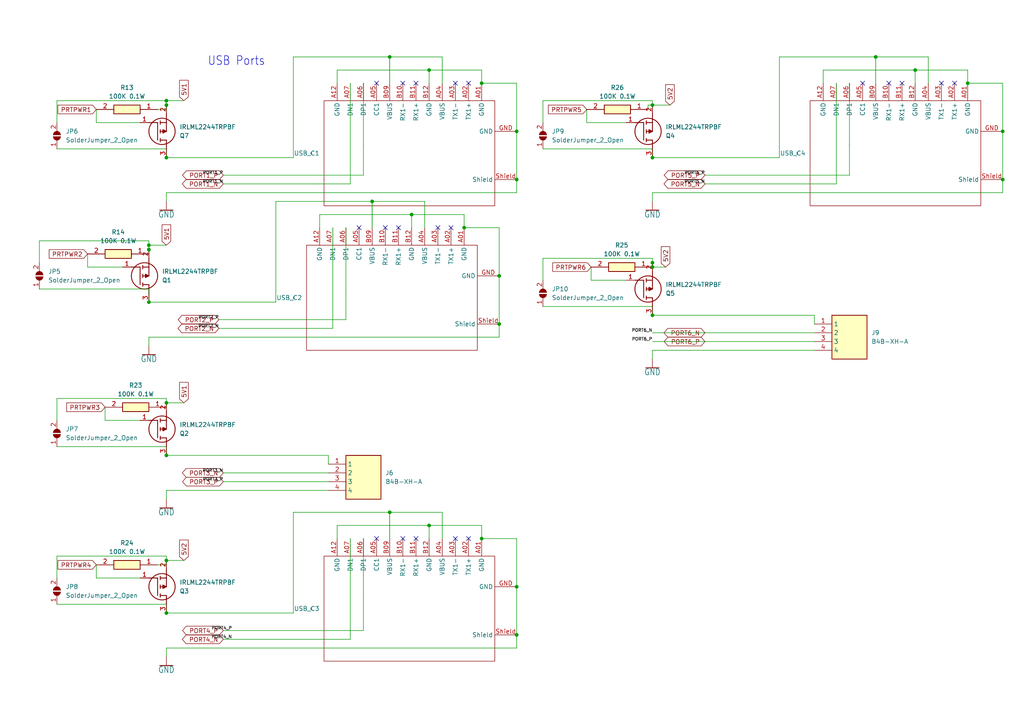
<source format=kicad_sch>
(kicad_sch (version 20230121) (generator eeschema)
  (paper "A4")
  (lib_symbols
    (symbol "Connector:PLUG-USBC-121SMT-4BS2S"
      (property "Reference" "USB_C" (at 0 0 0))
      (symbol "PLUG-USBC-121SMT-4BS2S_1_1"
        (rectangle (start -15.24 -3.81) (end 15.24 -53.34))
        (pin bidirectional line (at 20.32 -49.53 180) (length 5.08) (name "GND") (number "A01"))
        (pin bidirectional line (at 20.32 -45.72 180) (length 5.08) (name "TX1+") (number "A02"))
        (pin bidirectional line (at 20.32 -41.91 180) (length 5.08) (name "TX1-") (number "A03"))
        (pin bidirectional line (at 20.32 -38.1 180) (length 5.08) (name "VBUS") (number "A04"))
        (pin bidirectional line (at 20.32 -19.05 180) (length 5.08) (name "CC1") (number "A05"))
        (pin bidirectional line (at 20.32 -15.24 180) (length 5.08) (name "DP1") (number "A06"))
        (pin bidirectional line (at 20.32 -11.43 180) (length 5.08) (name "DN1") (number "A07"))
        (pin bidirectional line (at 20.32 -7.62 180) (length 5.08) (name "GND") (number "A12"))
        (pin bidirectional line (at 20.32 -22.86 180) (length 5.08) (name "VBUS") (number "B09"))
        (pin bidirectional line (at 20.32 -26.67 180) (length 5.08) (name "RX1-") (number "B10"))
        (pin bidirectional line (at 20.32 -30.48 180) (length 5.08) (name "RX1+") (number "B11"))
        (pin bidirectional line (at 20.32 -34.29 180) (length 5.08) (name "GND") (number "B12"))
        (pin bidirectional line (at 6.35 -59.69 90) (length 6.35) (name "GND") (number "GND"))
        (pin bidirectional line (at -7.62 -59.69 90) (length 6.35) (name "Shield") (number "Shield"))
      )
    )
    (symbol "Jumper:SolderJumper_2_Open" (pin_names (offset 0) hide)
      (property "Reference" "JP" (at 0 2.032 0))
      (property "Value" "SolderJumper_2_Open" (at 0 -2.54 0))
      (symbol "SolderJumper_2_Open_0_1"
        (arc (start -0.254 1.016) (mid -1.2656 0) (end -0.254 -1.016))
        (arc (start -0.254 1.016) (mid -1.2656 0) (end -0.254 -1.016) (fill (type outline)))
        (polyline (pts (xy -0.254 1.016) (xy -0.254 -1.016)))
        (polyline (pts (xy 0.254 1.016) (xy 0.254 -1.016)))
        (arc (start 0.254 -1.016) (mid 1.2656 0) (end 0.254 1.016))
        (arc (start 0.254 -1.016) (mid 1.2656 0) (end 0.254 1.016) (fill (type outline)))
      )
      (symbol "SolderJumper_2_Open_1_1"
        (pin passive line (at -3.81 0 0) (length 2.54) (name "A") (number "1"))
        (pin passive line (at 3.81 0 180) (length 2.54) (name "B") (number "2"))
      )
    )
    (symbol "PLUG-USBC-121SMT-4BS2S_1"
      (property "Reference" "USB_C" (at 0 0 0))
      (symbol "PLUG-USBC-121SMT-4BS2S_1_1_1"
        (rectangle (start -15.24 -3.81) (end 15.24 -53.34))
        (pin bidirectional line (at 20.32 -49.53 180) (length 5.08) (name "GND") (number "A01"))
        (pin bidirectional line (at 20.32 -45.72 180) (length 5.08) (name "TX1+") (number "A02"))
        (pin bidirectional line (at 20.32 -41.91 180) (length 5.08) (name "TX1-") (number "A03"))
        (pin bidirectional line (at 20.32 -38.1 180) (length 5.08) (name "VBUS") (number "A04"))
        (pin bidirectional line (at 20.32 -19.05 180) (length 5.08) (name "CC1") (number "A05"))
        (pin bidirectional line (at 20.32 -15.24 180) (length 5.08) (name "DP1") (number "A06"))
        (pin bidirectional line (at 20.32 -11.43 180) (length 5.08) (name "DN1") (number "A07"))
        (pin bidirectional line (at 20.32 -7.62 180) (length 5.08) (name "GND") (number "A12"))
        (pin bidirectional line (at 20.32 -22.86 180) (length 5.08) (name "VBUS") (number "B09"))
        (pin bidirectional line (at 20.32 -26.67 180) (length 5.08) (name "RX1-") (number "B10"))
        (pin bidirectional line (at 20.32 -30.48 180) (length 5.08) (name "RX1+") (number "B11"))
        (pin bidirectional line (at 20.32 -34.29 180) (length 5.08) (name "GND") (number "B12"))
        (pin bidirectional line (at 6.35 -59.69 90) (length 6.35) (name "GND") (number "GND"))
        (pin bidirectional line (at -7.62 -59.69 90) (length 6.35) (name "Shield") (number "Shield"))
      )
    )
    (symbol "Qwiic-USB_Hub-eagle-import:GND" (power)
      (property "Value" "GND" (at 0 -0.254 0))
      (symbol "GND_1_0"
        (polyline (pts (xy -1.905 0) (xy 1.905 0)) (stroke (width 0.254)))
        (pin power_in line (at 0 2.54 270) (length 2.54) (name "GND") (number "1"))
      )
    )
    (symbol "SamacSys_Parts:B4B-XH-A"
      (property "Reference" "J" (at 16.51 7.62 0))
      (property "Value" "B4B-XH-A" (at 16.51 5.08 0))
      (symbol "B4B-XH-A_1_1"
        (rectangle (start 5.08 2.54) (end 15.24 -10.16) (stroke (width 0.254)) (fill (type background)))
        (pin passive line (at 0 0 0) (length 5.08) (name "1") (number "1"))
        (pin passive line (at 0 -2.54 0) (length 5.08) (name "2") (number "2"))
        (pin passive line (at 0 -5.08 0) (length 5.08) (name "3") (number "3"))
        (pin passive line (at 0 -7.62 0) (length 5.08) (name "4") (number "4"))
      )
    )
    (symbol "SamacSys_Parts:IRLML2244TRPBF" (pin_names hide)
      (property "Reference" "Q" (at 11.43 3.81 0))
      (property "Value" "IRLML2244TRPBF" (at 11.43 1.27 0))
      (symbol "IRLML2244TRPBF_1_1"
        (polyline (pts (xy 2.54 0) (xy 5.08 0)) (stroke (width 0.254)))
        (polyline (pts (xy 5.08 5.08) (xy 5.08 0)) (stroke (width 0.254)))
        (polyline (pts (xy 5.842 -0.508) (xy 5.842 0.508)) (stroke (width 0.254)))
        (polyline (pts (xy 5.842 0) (xy 7.62 0)) (stroke (width 0.254)))
        (polyline (pts (xy 5.842 2.032) (xy 5.842 3.048)) (stroke (width 0.254)))
        (polyline (pts (xy 5.842 5.588) (xy 5.842 4.572)) (stroke (width 0.254)))
        (polyline (pts (xy 7.62 2.54) (xy 5.842 2.54)) (stroke (width 0.254)))
        (polyline (pts (xy 7.62 2.54) (xy 7.62 -2.54)) (stroke (width 0.254)))
        (polyline (pts (xy 7.62 5.08) (xy 5.842 5.08)) (stroke (width 0.254)))
        (polyline (pts (xy 7.62 5.08) (xy 7.62 7.62)) (stroke (width 0.254)))
        (polyline (pts (xy 7.62 2.54) (xy 6.604 3.048) (xy 6.604 2.032) (xy 7.62 2.54)) (stroke (width 0.254)) (fill (type outline)))
        (circle (center 6.35 2.54) (radius 3.81) (stroke (width 0.254)))
        (pin passive line (at 0 0 0) (length 2.54) (name "G") (number "1"))
        (pin passive line (at 7.62 -5.08 90) (length 2.54) (name "S") (number "2"))
        (pin passive line (at 7.62 10.16 270) (length 2.54) (name "D") (number "3"))
      )
    )
    (symbol "SamacSys_Parts:RMCF0603FT100K" (pin_names hide)
      (property "Reference" "R" (at 13.97 6.35 0))
      (property "Value" "RMCF0603FT100K" (at 13.97 3.81 0))
      (symbol "RMCF0603FT100K_1_1"
        (rectangle (start 5.08 1.27) (end 12.7 -1.27) (stroke (width 0.254)) (fill (type background)))
        (pin passive line (at 0 0 0) (length 5.08) (name "1") (number "1"))
        (pin passive line (at 17.78 0 180) (length 5.08) (name "2") (number "2"))
      )
    )
  )
  (junction (at 189.23 76.2))
  (junction (at 149.86 52.07))
  (junction (at 43.18 72.39))
  (junction (at 139.7 24.13))
  (junction (at 48.26 45.72))
  (junction (at 189.23 77.47))
  (junction (at 189.23 91.44))
  (junction (at 107.95 58.42))
  (junction (at 139.7 156.21))
  (junction (at 124.46 152.4))
  (junction (at 119.38 62.23))
  (junction (at 113.03 16.51))
  (junction (at 48.26 177.8))
  (junction (at 134.62 66.04))
  (junction (at 144.78 93.98))
  (junction (at 48.26 162.56))
  (junction (at 254 16.51))
  (junction (at 290.83 38.1))
  (junction (at 113.03 148.59))
  (junction (at 43.18 87.63))
  (junction (at 265.43 20.32))
  (junction (at 149.86 184.15))
  (junction (at 43.18 71.12))
  (junction (at 149.86 38.1))
  (junction (at 48.26 132.08))
  (junction (at 189.23 30.48))
  (junction (at 48.26 116.84))
  (junction (at 290.83 52.07))
  (junction (at 124.46 20.32))
  (junction (at 149.86 170.18))
  (junction (at 280.67 24.13))
  (junction (at 144.78 80.01))
  (junction (at 48.26 30.48))
  (junction (at 189.23 45.72))
  (junction (at 48.26 29.21))
  (no_connect (at 116.84 156.21))
  (no_connect (at 257.81 24.13))
  (no_connect (at 120.65 24.13))
  (no_connect (at 135.89 156.21))
  (no_connect (at 273.05 24.13))
  (no_connect (at 104.14 66.04))
  (no_connect (at 120.65 156.21))
  (no_connect (at 132.08 24.13))
  (no_connect (at 115.57 66.04))
  (no_connect (at 109.22 156.21))
  (no_connect (at 135.89 24.13))
  (no_connect (at 261.62 24.13))
  (no_connect (at 109.22 24.13))
  (no_connect (at 276.86 24.13))
  (no_connect (at 132.08 156.21))
  (no_connect (at 116.84 24.13))
  (no_connect (at 111.76 66.04))
  (no_connect (at 130.81 66.04))
  (no_connect (at 250.19 24.13))
  (no_connect (at 127 66.04))
  (wire (pts (xy 290.83 24.13) (xy 280.67 24.13)) (stroke (width 0.1524)))
  (wire (pts (xy 43.18 87.63) (xy 80.01 87.63)) (stroke (width 0.1524)))
  (wire (pts (xy 48.26 116.84) (xy 48.26 118.11)))
  (wire (pts (xy 242.57 24.13) (xy 242.57 53.34)))
  (wire (pts (xy 92.71 62.23) (xy 119.38 62.23)))
  (wire (pts (xy 85.09 45.72) (xy 85.09 16.51)) (stroke (width 0.1524)))
  (wire (pts (xy 45.72 163.83) (xy 48.26 163.83)))
  (wire (pts (xy 48.26 55.88) (xy 48.26 58.42)) (stroke (width 0.1524)))
  (wire (pts (xy 149.86 24.13) (xy 149.86 38.1)) (stroke (width 0.1524)))
  (wire (pts (xy 157.48 43.18) (xy 189.23 43.18)))
  (wire (pts (xy 246.38 50.8) (xy 246.38 41.91)) (stroke (width 0.1524)))
  (wire (pts (xy 290.83 24.13) (xy 290.83 38.1)) (stroke (width 0.1524)))
  (wire (pts (xy 189.23 96.52) (xy 236.22 96.52)) (stroke (width 0.1524)))
  (wire (pts (xy 144.78 66.04) (xy 134.62 66.04)) (stroke (width 0.1524)))
  (wire (pts (xy 27.94 31.75) (xy 27.94 35.56)))
  (wire (pts (xy 43.18 97.79) (xy 43.18 100.33)) (stroke (width 0.1524)))
  (wire (pts (xy 204.47 50.8) (xy 246.38 50.8)) (stroke (width 0.1524)))
  (wire (pts (xy 113.03 16.51) (xy 113.03 24.13)) (stroke (width 0.1524)))
  (wire (pts (xy 189.23 91.44) (xy 236.22 91.44)) (stroke (width 0.1524)))
  (wire (pts (xy 170.18 31.75) (xy 170.18 35.56)))
  (wire (pts (xy 134.62 62.23) (xy 134.62 66.04)))
  (wire (pts (xy 123.19 58.42) (xy 107.95 58.42)))
  (wire (pts (xy 128.27 148.59) (xy 113.03 148.59)))
  (wire (pts (xy 238.76 20.32) (xy 265.43 20.32)))
  (wire (pts (xy 48.26 29.21) (xy 53.34 29.21)))
  (wire (pts (xy 187.96 30.48) (xy 187.96 31.75)) (stroke (width 0.1524)))
  (wire (pts (xy 48.26 45.72) (xy 85.09 45.72)) (stroke (width 0.1524)))
  (wire (pts (xy 16.51 43.18) (xy 48.26 43.18)))
  (wire (pts (xy 157.48 35.56) (xy 157.48 29.21)))
  (wire (pts (xy 64.77 137.16) (xy 95.25 137.16)) (stroke (width 0.1524)))
  (wire (pts (xy 113.03 148.59) (xy 113.03 156.21)) (stroke (width 0.1524)))
  (wire (pts (xy 16.51 121.92) (xy 16.51 115.57)))
  (wire (pts (xy 25.4 77.47) (xy 35.56 77.47)) (stroke (width 0.1524)))
  (wire (pts (xy 123.19 66.04) (xy 123.19 58.42)))
  (wire (pts (xy 119.38 62.23) (xy 134.62 62.23)))
  (wire (pts (xy 105.41 182.88) (xy 105.41 173.99)) (stroke (width 0.1524)))
  (wire (pts (xy 48.26 31.75) (xy 48.26 30.48)))
  (wire (pts (xy 48.26 187.96) (xy 149.86 187.96)) (stroke (width 0.1524)))
  (wire (pts (xy 64.77 53.34) (xy 91.44 53.34)) (stroke (width 0.1524)))
  (wire (pts (xy 144.78 97.79) (xy 144.78 93.98)) (stroke (width 0.1524)))
  (wire (pts (xy 16.51 29.21) (xy 48.26 29.21)))
  (wire (pts (xy 101.6 156.21) (xy 101.6 185.42)))
  (wire (pts (xy 16.51 115.57) (xy 48.26 115.57)))
  (wire (pts (xy 124.46 152.4) (xy 139.7 152.4)))
  (wire (pts (xy 43.18 69.85) (xy 43.18 71.12)) (stroke (width 0.1524)))
  (wire (pts (xy 107.95 58.42) (xy 107.95 66.04)))
  (wire (pts (xy 189.23 101.6) (xy 236.22 101.6)) (stroke (width 0.1524)))
  (wire (pts (xy 226.06 16.51) (xy 254 16.51)) (stroke (width 0.1524)))
  (wire (pts (xy 113.03 16.51) (xy 113.03 24.13)))
  (wire (pts (xy 128.27 16.51) (xy 113.03 16.51)))
  (wire (pts (xy 265.43 20.32) (xy 265.43 24.13)))
  (wire (pts (xy 48.26 187.96) (xy 48.26 190.5)) (stroke (width 0.1524)))
  (wire (pts (xy 139.7 20.32) (xy 139.7 24.13)))
  (wire (pts (xy 11.43 69.85) (xy 43.18 69.85)))
  (wire (pts (xy 11.43 83.82) (xy 43.18 83.82)))
  (wire (pts (xy 246.38 24.13) (xy 246.38 41.91)))
  (wire (pts (xy 63.5 92.71) (xy 100.33 92.71)) (stroke (width 0.1524)))
  (wire (pts (xy 48.26 116.84) (xy 53.34 116.84)))
  (wire (pts (xy 149.86 24.13) (xy 139.7 24.13)) (stroke (width 0.1524)))
  (wire (pts (xy 189.23 43.18) (xy 189.23 45.72)) (stroke (width 0.1524)))
  (wire (pts (xy 124.46 20.32) (xy 124.46 24.13)))
  (wire (pts (xy 80.01 87.63) (xy 80.01 58.42)) (stroke (width 0.1524)))
  (wire (pts (xy 105.41 24.13) (xy 105.41 41.91)))
  (wire (pts (xy 149.86 156.21) (xy 149.86 170.18)) (stroke (width 0.1524)))
  (wire (pts (xy 107.95 58.42) (xy 107.95 66.04)) (stroke (width 0.1524)))
  (wire (pts (xy 157.48 88.9) (xy 189.23 88.9)))
  (wire (pts (xy 189.23 29.21) (xy 189.23 30.48)) (stroke (width 0.1524)))
  (wire (pts (xy 157.48 29.21) (xy 189.23 29.21)))
  (wire (pts (xy 85.09 177.8) (xy 85.09 148.59)) (stroke (width 0.1524)))
  (wire (pts (xy 204.47 53.34) (xy 242.57 53.34)))
  (wire (pts (xy 149.86 156.21) (xy 139.7 156.21)) (stroke (width 0.1524)))
  (wire (pts (xy 189.23 55.88) (xy 189.23 58.42)) (stroke (width 0.1524)))
  (wire (pts (xy 189.23 76.2) (xy 189.23 77.47)) (stroke (width 0.1524)))
  (wire (pts (xy 269.24 16.51) (xy 254 16.51)))
  (wire (pts (xy 189.23 55.88) (xy 290.83 55.88)) (stroke (width 0.1524)))
  (wire (pts (xy 97.79 156.21) (xy 97.79 152.4)))
  (wire (pts (xy 48.26 115.57) (xy 48.26 116.84)) (stroke (width 0.1524)))
  (wire (pts (xy 189.23 45.72) (xy 226.06 45.72)) (stroke (width 0.1524)))
  (wire (pts (xy 269.24 24.13) (xy 269.24 16.51)))
  (wire (pts (xy 171.45 77.47) (xy 171.45 81.28)))
  (wire (pts (xy 16.51 161.29) (xy 48.26 161.29)))
  (wire (pts (xy 16.51 129.54) (xy 48.26 129.54)))
  (wire (pts (xy 43.18 71.12) (xy 43.18 72.39)) (stroke (width 0.1524)))
  (wire (pts (xy 170.18 35.56) (xy 181.61 35.56)) (stroke (width 0.1524)))
  (wire (pts (xy 45.72 31.75) (xy 48.26 31.75)))
  (wire (pts (xy 80.01 58.42) (xy 107.95 58.42)) (stroke (width 0.1524)))
  (wire (pts (xy 85.09 148.59) (xy 113.03 148.59)) (stroke (width 0.1524)))
  (wire (pts (xy 139.7 152.4) (xy 139.7 156.21)))
  (wire (pts (xy 189.23 74.93) (xy 189.23 76.2)) (stroke (width 0.1524)))
  (wire (pts (xy 189.23 77.47) (xy 193.04 77.47)))
  (wire (pts (xy 189.23 30.48) (xy 194.31 30.48)))
  (wire (pts (xy 48.26 142.24) (xy 95.25 142.24)) (stroke (width 0.1524)))
  (wire (pts (xy 124.46 152.4) (xy 124.46 156.21)))
  (wire (pts (xy 149.86 187.96) (xy 149.86 184.15)) (stroke (width 0.1524)))
  (wire (pts (xy 95.25 132.08) (xy 95.25 134.62)) (stroke (width 0.1524)))
  (wire (pts (xy 149.86 38.1) (xy 149.86 52.07)) (stroke (width 0.1524)))
  (wire (pts (xy 280.67 20.32) (xy 280.67 24.13)))
  (wire (pts (xy 100.33 66.04) (xy 100.33 83.82)))
  (wire (pts (xy 119.38 62.23) (xy 119.38 66.04)))
  (wire (pts (xy 27.94 35.56) (xy 40.64 35.56)) (stroke (width 0.1524)))
  (wire (pts (xy 48.26 161.29) (xy 48.26 162.56)) (stroke (width 0.1524)))
  (wire (pts (xy 157.48 81.28) (xy 157.48 74.93)))
  (wire (pts (xy 33.02 121.92) (xy 40.64 121.92)))
  (wire (pts (xy 144.78 80.01) (xy 144.78 93.98)) (stroke (width 0.1524)))
  (wire (pts (xy 48.26 162.56) (xy 53.34 162.56)))
  (wire (pts (xy 128.27 24.13) (xy 128.27 16.51)))
  (wire (pts (xy 48.26 55.88) (xy 149.86 55.88)) (stroke (width 0.1524)))
  (wire (pts (xy 187.96 30.48) (xy 189.23 30.48)) (stroke (width 0.1524)))
  (wire (pts (xy 48.26 129.54) (xy 48.26 132.08)) (stroke (width 0.1524)))
  (wire (pts (xy 149.86 55.88) (xy 149.86 52.07)) (stroke (width 0.1524)))
  (wire (pts (xy 96.52 66.04) (xy 96.52 95.25)))
  (wire (pts (xy 157.48 74.93) (xy 189.23 74.93)))
  (wire (pts (xy 16.51 175.26) (xy 48.26 175.26)))
  (wire (pts (xy 101.6 24.13) (xy 101.6 53.34)))
  (wire (pts (xy 97.79 20.32) (xy 124.46 20.32)))
  (wire (pts (xy 63.5 95.25) (xy 96.52 95.25)) (stroke (width 0.1524)))
  (wire (pts (xy 97.79 152.4) (xy 124.46 152.4)))
  (wire (pts (xy 27.94 163.83) (xy 27.94 167.64)))
  (wire (pts (xy 16.51 167.64) (xy 16.51 161.29)))
  (wire (pts (xy 100.33 92.71) (xy 100.33 83.82)) (stroke (width 0.1524)))
  (wire (pts (xy 265.43 20.32) (xy 280.67 20.32)))
  (wire (pts (xy 16.51 35.56) (xy 16.51 29.21)))
  (wire (pts (xy 128.27 156.21) (xy 128.27 148.59)))
  (wire (pts (xy 64.77 185.42) (xy 101.6 185.42)))
  (wire (pts (xy 48.26 43.18) (xy 48.26 45.72)))
  (wire (pts (xy 189.23 99.06) (xy 236.22 99.06)) (stroke (width 0.1524)))
  (wire (pts (xy 48.26 132.08) (xy 95.25 132.08)) (stroke (width 0.1524)))
  (wire (pts (xy 85.09 16.51) (xy 113.03 16.51)) (stroke (width 0.1524)))
  (wire (pts (xy 290.83 55.88) (xy 290.83 52.07)) (stroke (width 0.1524)))
  (wire (pts (xy 64.77 50.8) (xy 105.41 50.8)) (stroke (width 0.1524)))
  (wire (pts (xy 97.79 24.13) (xy 97.79 20.32)))
  (wire (pts (xy 48.26 142.24) (xy 48.26 144.78)) (stroke (width 0.1524)))
  (wire (pts (xy 27.94 167.64) (xy 40.64 167.64)) (stroke (width 0.1524)))
  (wire (pts (xy 189.23 101.6) (xy 189.23 104.14)) (stroke (width 0.1524)))
  (wire (pts (xy 43.18 71.12) (xy 48.26 71.12)))
  (wire (pts (xy 226.06 45.72) (xy 226.06 16.51)) (stroke (width 0.1524)))
  (wire (pts (xy 171.45 81.28) (xy 181.61 81.28)) (stroke (width 0.1524)))
  (wire (pts (xy 290.83 38.1) (xy 290.83 52.07)) (stroke (width 0.1524)))
  (wire (pts (xy 48.26 175.26) (xy 48.26 177.8)) (stroke (width 0.1524)))
  (wire (pts (xy 254 16.51) (xy 254 24.13)))
  (wire (pts (xy 236.22 91.44) (xy 236.22 93.98)) (stroke (width 0.1524)))
  (wire (pts (xy 189.23 88.9) (xy 189.23 91.44)) (stroke (width 0.1524)))
  (wire (pts (xy 105.41 50.8) (xy 105.41 41.91)) (stroke (width 0.1524)))
  (wire (pts (xy 92.71 66.04) (xy 92.71 62.23)))
  (wire (pts (xy 48.26 177.8) (xy 85.09 177.8)) (stroke (width 0.1524)))
  (wire (pts (xy 33.02 121.92) (xy 30.48 121.92)) (stroke (width 0.1524)))
  (wire (pts (xy 11.43 76.2) (xy 11.43 69.85)))
  (wire (pts (xy 64.77 182.88) (xy 105.41 182.88)))
  (wire (pts (xy 64.77 139.7) (xy 95.25 139.7)) (stroke (width 0.1524)))
  (wire (pts (xy 101.6 53.34) (xy 91.44 53.34)))
  (wire (pts (xy 30.48 118.11) (xy 30.48 121.92)))
  (wire (pts (xy 43.18 85.09) (xy 43.18 87.63)) (stroke (width 0.1524)))
  (wire (pts (xy 144.78 66.04) (xy 144.78 80.01)) (stroke (width 0.1524)))
  (wire (pts (xy 43.18 83.82) (xy 43.18 85.09)))
  (wire (pts (xy 105.41 156.21) (xy 105.41 173.99)))
  (wire (pts (xy 254 16.51) (xy 254 24.13)) (stroke (width 0.1524)))
  (wire (pts (xy 43.18 72.39) (xy 43.18 73.66)) (stroke (width 0.1524)))
  (wire (pts (xy 48.26 163.83) (xy 48.26 162.56)))
  (wire (pts (xy 43.18 97.79) (xy 144.78 97.79)) (stroke (width 0.1524)))
  (wire (pts (xy 124.46 20.32) (xy 139.7 20.32)))
  (wire (pts (xy 238.76 24.13) (xy 238.76 20.32)))
  (wire (pts (xy 48.26 29.21) (xy 48.26 30.48)))
  (wire (pts (xy 113.03 148.59) (xy 113.03 156.21)))
  (wire (pts (xy 149.86 170.18) (xy 149.86 184.15)) (stroke (width 0.1524)))
  (wire (pts (xy 25.4 73.66) (xy 25.4 77.47)))
  (text "USB Ports" (at 68.58 17.78 0) (effects (font (size 2.54 2.159))))
  (label "PORT3_P" (at 64.77 139.7 180) (effects (font (size 0.889 0.889))))
  (label "PORT6_P" (at 189.23 99.06 180) (effects (font (size 0.889 0.889))))
  (label "PORT2_N" (at 63.5 95.25 180) (effects (font (size 0.889 0.889))))
  (label "PORT4_N" (at 67.31 185.42 180) (effects (font (size 0.889 0.889))))
  (label "PORT1_P" (at 64.77 50.8 180) (effects (font (size 0.889 0.889))))
  (label "PORT3_N" (at 64.77 137.16 180) (effects (font (size 0.889 0.889))))
  (label "PORT2_P" (at 63.5 92.71 180) (effects (font (size 0.889 0.889))))
  (label "PORT4_P" (at 67.31 182.88 180) (effects (font (size 0.889 0.889))))
  (label "PORT5_N" (at 204.47 53.34 180) (effects (font (size 0.889 0.889))))
  (label "PORT6_N" (at 189.23 96.52 180) (effects (font (size 0.889 0.889))))
  (label "PORT5_P" (at 204.47 50.8 180) (effects (font (size 0.889 0.889))))
  (label "PORT1_N" (at 64.77 53.34 180) (effects (font (size 0.889 0.889))))
  (global_label "5V2" (shape input) (at 53.34 162.56 90) (property "Intersheetrefs" "${INTERSHEET_REFS}" (effects hide)))
  (global_label "PORT1_P" (shape bidirectional) (at 64.77 50.8 180) (property "Intersheetrefs" "${INTERSHEET_REFS}" (effects hide)))
  (global_label "PORT5_N" (shape bidirectional) (at 204.47 53.34 180) (property "Intersheetrefs" "${INTERSHEET_REFS}" (effects hide)))
  (global_label "PORT3_N" (shape bidirectional) (at 64.77 137.16 180) (property "Intersheetrefs" "${INTERSHEET_REFS}" (effects hide)))
  (global_label "PORT3_P" (shape bidirectional) (at 64.77 139.7 180) (property "Intersheetrefs" "${INTERSHEET_REFS}" (effects hide)))
  (global_label "PRTPWR5" (shape input) (at 170.18 31.75 180) (property "Intersheetrefs" "${INTERSHEET_REFS}" (effects hide)))
  (global_label "PORT6_N" (shape bidirectional) (at 204.47 96.52 180) (property "Intersheetrefs" "${INTERSHEET_REFS}" (effects hide)))
  (global_label "5V1" (shape input) (at 53.34 116.84 90) (property "Intersheetrefs" "${INTERSHEET_REFS}" (effects hide)))
  (global_label "PRTPWR3" (shape input) (at 30.48 118.11 180) (property "Intersheetrefs" "${INTERSHEET_REFS}" (effects hide)))
  (global_label "PORT1_N" (shape bidirectional) (at 64.77 53.34 180) (property "Intersheetrefs" "${INTERSHEET_REFS}" (effects hide)))
  (global_label "5V2" (shape input) (at 194.31 30.48 90) (property "Intersheetrefs" "${INTERSHEET_REFS}" (effects hide)))
  (global_label "PORT2_P" (shape bidirectional) (at 63.5 92.71 180) (property "Intersheetrefs" "${INTERSHEET_REFS}" (effects hide)))
  (global_label "PORT5_P" (shape bidirectional) (at 204.47 50.8 180) (property "Intersheetrefs" "${INTERSHEET_REFS}" (effects hide)))
  (global_label "PORT6_P" (shape bidirectional) (at 204.47 99.06 180) (property "Intersheetrefs" "${INTERSHEET_REFS}" (effects hide)))
  (global_label "5V1" (shape input) (at 53.34 29.21 90) (property "Intersheetrefs" "${INTERSHEET_REFS}" (effects hide)))
  (global_label "PORT4_P" (shape bidirectional) (at 64.77 182.88 180) (property "Intersheetrefs" "${INTERSHEET_REFS}" (effects hide)))
  (global_label "PRTPWR1" (shape input) (at 27.94 31.75 180) (property "Intersheetrefs" "${INTERSHEET_REFS}" (effects hide)))
  (global_label "PRTPWR4" (shape input) (at 27.94 163.83 180) (property "Intersheetrefs" "${INTERSHEET_REFS}" (effects hide)))
  (global_label "PORT2_N" (shape bidirectional) (at 63.5 95.25 180) (property "Intersheetrefs" "${INTERSHEET_REFS}" (effects hide)))
  (global_label "PRTPWR2" (shape input) (at 25.4 73.66 180) (property "Intersheetrefs" "${INTERSHEET_REFS}" (effects hide)))
  (global_label "5V2" (shape input) (at 193.04 77.47 90) (property "Intersheetrefs" "${INTERSHEET_REFS}" (effects hide)))
  (global_label "5V1" (shape input) (at 48.26 71.12 90) (property "Intersheetrefs" "${INTERSHEET_REFS}" (effects hide)))
  (global_label "PORT4_N" (shape bidirectional) (at 64.77 185.42 180) (property "Intersheetrefs" "${INTERSHEET_REFS}" (effects hide)))
  (global_label "PRTPWR6" (shape input) (at 171.45 77.47 180) (property "Intersheetrefs" "${INTERSHEET_REFS}" (effects hide)))
  (symbol (lib_id "SamacSys_Parts:IRLML2244TRPBF") (at 35.56 77.47 0) (mirror x) (unit 1)
    (property "Reference" "Q1" (at 46.99 81.28 0) (effects (justify left)))
    (property "Value" "IRLML2244TRPBF" (at 46.99 78.74 0) (effects (justify left)))
    (property "Footprint" "SOT95P237X112-3N" (effects hide))
    (property "Datasheet" "https://mouser.componentsearchengine.com/Datasheets/5/IRLML2244TRPBF.pdf" (effects hide))
    (property "Height" "1.12" (effects hide))
    (property "Manufacturer_Name" "Infineon" (effects hide))
    (property "Manufacturer_Part_Number" "IRLML2244TRPBF" (effects hide))
    (property "Mouser Part Number" "942-IRLML2244TRPBF" (effects hide))
    (property "Mouser Price/Stock" "https://www.mouser.co.uk/ProductDetail/Infineon-Technologies/IRLML2244TRPBF?qs=9%252BKlkBgLFf2tCL30qYbaQQ%3D%3D" (effects hide))
    (property "Arrow Part Number" "IRLML2244TRPBF" (effects hide))
    (property "Arrow Price/Stock" "https://www.arrow.com/en/products/irlml2244trpbf/infineon-technologies-ag?region=nac" (effects hide))
  )
  (symbol (lib_name "PLUG-USBC-121SMT-4BS2S_1") (lib_id "Connector:PLUG-USBC-121SMT-4BS2S") (at 231.14 44.45 90) (unit 1)
    (property "Reference" "USB_C4" (at 233.68 44.45 90) (effects (justify left)))
    (property "Value" "~" (at 231.14 44.45 0))
    (property "Footprint" "Connector_USB:PLUG-USBC-121SMT-4BS2S" (effects hide))
    (property "Datasheet" "https://globtek.secure.force.com/spec/pdf/2342616/d2760419" (effects hide))
  )
  (symbol (lib_id "Connector:PLUG-USBC-121SMT-4BS2S") (at 85.09 86.36 90) (unit 1)
    (property "Reference" "USB_C2" (at 87.63 86.36 90) (effects (justify left)))
    (property "Value" "~" (at 85.09 86.36 0))
    (property "Footprint" "Connector_USB:PLUG-USBC-121SMT-4BS2S" (effects hide))
    (property "Datasheet" "https://globtek.secure.force.com/spec/pdf/2342616/d2760419" (effects hide))
  )
  (symbol (lib_id "Jumper:SolderJumper_2_Open") (at 11.43 80.01 90) (unit 1)
    (property "Reference" "JP5" (at 13.97 78.74 90) (effects (justify right)))
    (property "Value" "SolderJumper_2_Open" (at 13.97 81.28 90) (effects (justify right)))
    (property "Footprint" "Jumper:SolderJumper-2_P1.3mm_Open_Pad1.0x1.5mm" (effects hide))
  )
  (symbol (lib_id "SamacSys_Parts:RMCF0603FT100K") (at 43.18 73.66 180) (unit 1)
    (property "Reference" "R14" (at 34.29 67.31 0))
    (property "Value" "100K 0.1W" (at 34.29 69.85 0))
    (property "Footprint" "RESC1608X55N" (effects hide))
    (property "Datasheet" "https://www.seielect.com/Catalog/SEI-RMCF_RMCP.pdf" (effects hide))
    (property "Height" "0.55" (effects hide))
    (property "Manufacturer_Name" "Stackpole Electronics, Inc." (effects hide))
    (property "Manufacturer_Part_Number" "RMCF0603FT100K" (effects hide))
    (property "Mouser Part Number" "708-RMCF0603FT100K" (effects hide))
    (property "Mouser Price/Stock" "https://www.mouser.co.uk/ProductDetail/SEI-Stackpole/RMCF0603FT100K?qs=MyNHzdoqoQJaOoUDs3M%252BVg%3D%3D" (effects hide))
    (property "Arrow Part Number" "RMCF0603FT100K" (effects hide))
    (property "Arrow Price/Stock" "https://www.arrow.com/en/products/rmcf0603ft100k/stackpole-electronics?region=nac" (effects hide))
  )
  (symbol (lib_id "Connector:PLUG-USBC-121SMT-4BS2S") (at 90.17 176.53 90) (unit 1)
    (property "Reference" "USB_C3" (at 92.71 176.53 90) (effects (justify left)))
    (property "Value" "~" (at 90.17 176.53 0))
    (property "Footprint" "Connector_USB:PLUG-USBC-121SMT-4BS2S" (effects hide))
  )
  (symbol (lib_id "Qwiic-USB_Hub-eagle-import:GND") (at 189.23 60.96 0) (unit 1)
    (property "Reference" "#GND049" (effects hide))
    (property "Value" "GND" (at 189.23 61.214 0) (effects (font (size 1.778 1.5113)) (justify top)))
  )
  (symbol (lib_id "SamacSys_Parts:IRLML2244TRPBF") (at 40.64 121.92 0) (mirror x) (unit 1)
    (property "Reference" "Q2" (at 52.07 125.73 0) (effects (justify left)))
    (property "Value" "IRLML2244TRPBF" (at 52.07 123.19 0) (effects (justify left)))
    (property "Footprint" "SOT95P237X112-3N" (effects hide))
    (property "Datasheet" "https://mouser.componentsearchengine.com/Datasheets/5/IRLML2244TRPBF.pdf" (effects hide))
    (property "Height" "1.12" (effects hide))
    (property "Manufacturer_Name" "Infineon" (effects hide))
    (property "Manufacturer_Part_Number" "IRLML2244TRPBF" (effects hide))
    (property "Mouser Part Number" "942-IRLML2244TRPBF" (effects hide))
    (property "Mouser Price/Stock" "https://www.mouser.co.uk/ProductDetail/Infineon-Technologies/IRLML2244TRPBF?qs=9%252BKlkBgLFf2tCL30qYbaQQ%3D%3D" (effects hide))
    (property "Arrow Part Number" "IRLML2244TRPBF" (effects hide))
    (property "Arrow Price/Stock" "https://www.arrow.com/en/products/irlml2244trpbf/infineon-technologies-ag?region=nac" (effects hide))
  )
  (symbol (lib_id "Jumper:SolderJumper_2_Open") (at 16.51 39.37 90) (unit 1)
    (property "Reference" "JP6" (at 19.05 38.1 90) (effects (justify right)))
    (property "Value" "SolderJumper_2_Open" (at 19.05 40.64 90) (effects (justify right)))
    (property "Footprint" "Jumper:SolderJumper-2_P1.3mm_Open_Pad1.0x1.5mm" (effects hide))
  )
  (symbol (lib_id "SamacSys_Parts:B4B-XH-A") (at 95.25 134.62 0) (unit 1)
    (property "Reference" "J6" (at 111.76 137.16 0) (effects (justify left)))
    (property "Value" "B4B-XH-A" (at 111.76 139.7 0) (effects (justify left)))
    (property "Footprint" "B4BXHA" (effects hide))
    (property "Datasheet" "https://www.jst-mfg.com/product/pdf/eng/eXH.pdf" (effects hide))
    (property "Height" "7" (effects hide))
    (property "Manufacturer_Name" "JST (JAPAN SOLDERLESS TERMINALS)" (effects hide))
    (property "Manufacturer_Part_Number" "B4B-XH-A" (effects hide))
  )
  (symbol (lib_id "Jumper:SolderJumper_2_Open") (at 157.48 39.37 90) (unit 1)
    (property "Reference" "JP9" (at 160.02 38.1 90) (effects (justify right)))
    (property "Value" "SolderJumper_2_Open" (at 160.02 40.64 90) (effects (justify right)))
    (property "Footprint" "Jumper:SolderJumper-2_P1.3mm_Open_Pad1.0x1.5mm" (effects hide))
  )
  (symbol (lib_id "Jumper:SolderJumper_2_Open") (at 16.51 171.45 90) (unit 1)
    (property "Reference" "JP8" (at 19.05 170.18 90) (effects (justify right)))
    (property "Value" "SolderJumper_2_Open" (at 19.05 172.72 90) (effects (justify right)))
    (property "Footprint" "Jumper:SolderJumper-2_P1.3mm_Open_Pad1.0x1.5mm" (effects hide))
  )
  (symbol (lib_id "SamacSys_Parts:RMCF0603FT100K") (at 45.72 31.75 180) (unit 1)
    (property "Reference" "R13" (at 36.83 25.4 0))
    (property "Value" "100K 0.1W" (at 36.83 27.94 0))
    (property "Footprint" "RESC1608X55N" (effects hide))
    (property "Datasheet" "https://www.seielect.com/Catalog/SEI-RMCF_RMCP.pdf" (effects hide))
    (property "Height" "0.55" (effects hide))
    (property "Manufacturer_Name" "Stackpole Electronics, Inc." (effects hide))
    (property "Manufacturer_Part_Number" "RMCF0603FT100K" (effects hide))
    (property "Mouser Part Number" "708-RMCF0603FT100K" (effects hide))
    (property "Mouser Price/Stock" "https://www.mouser.co.uk/ProductDetail/SEI-Stackpole/RMCF0603FT100K?qs=MyNHzdoqoQJaOoUDs3M%252BVg%3D%3D" (effects hide))
    (property "Arrow Part Number" "RMCF0603FT100K" (effects hide))
    (property "Arrow Price/Stock" "https://www.arrow.com/en/products/rmcf0603ft100k/stackpole-electronics?region=nac" (effects hide))
  )
  (symbol (lib_id "SamacSys_Parts:RMCF0603FT100K") (at 189.23 77.47 180) (unit 1)
    (property "Reference" "R25" (at 180.34 71.12 0))
    (property "Value" "100K 0.1W" (at 180.34 73.66 0))
    (property "Footprint" "RESC1608X55N" (effects hide))
    (property "Datasheet" "https://www.seielect.com/Catalog/SEI-RMCF_RMCP.pdf" (effects hide))
    (property "Height" "0.55" (effects hide))
    (property "Manufacturer_Name" "Stackpole Electronics, Inc." (effects hide))
    (property "Manufacturer_Part_Number" "RMCF0603FT100K" (effects hide))
    (property "Mouser Part Number" "708-RMCF0603FT100K" (effects hide))
    (property "Mouser Price/Stock" "https://www.mouser.co.uk/ProductDetail/SEI-Stackpole/RMCF0603FT100K?qs=MyNHzdoqoQJaOoUDs3M%252BVg%3D%3D" (effects hide))
    (property "Arrow Part Number" "RMCF0603FT100K" (effects hide))
    (property "Arrow Price/Stock" "https://www.arrow.com/en/products/rmcf0603ft100k/stackpole-electronics?region=nac" (effects hide))
  )
  (symbol (lib_id "SamacSys_Parts:IRLML2244TRPBF") (at 40.64 167.64 0) (mirror x) (unit 1)
    (property "Reference" "Q3" (at 52.07 171.45 0) (effects (justify left)))
    (property "Value" "IRLML2244TRPBF" (at 52.07 168.91 0) (effects (justify left)))
    (property "Footprint" "SOT95P237X112-3N" (effects hide))
    (property "Datasheet" "https://mouser.componentsearchengine.com/Datasheets/5/IRLML2244TRPBF.pdf" (effects hide))
    (property "Height" "1.12" (effects hide))
    (property "Manufacturer_Name" "Infineon" (effects hide))
    (property "Manufacturer_Part_Number" "IRLML2244TRPBF" (effects hide))
    (property "Mouser Part Number" "942-IRLML2244TRPBF" (effects hide))
    (property "Mouser Price/Stock" "https://www.mouser.co.uk/ProductDetail/Infineon-Technologies/IRLML2244TRPBF?qs=9%252BKlkBgLFf2tCL30qYbaQQ%3D%3D" (effects hide))
    (property "Arrow Part Number" "IRLML2244TRPBF" (effects hide))
    (property "Arrow Price/Stock" "https://www.arrow.com/en/products/irlml2244trpbf/infineon-technologies-ag?region=nac" (effects hide))
  )
  (symbol (lib_id "SamacSys_Parts:IRLML2244TRPBF") (at 181.61 35.56 0) (mirror x) (unit 1)
    (property "Reference" "Q4" (at 193.04 39.37 0) (effects (justify left)))
    (property "Value" "IRLML2244TRPBF" (at 193.04 36.83 0) (effects (justify left)))
    (property "Footprint" "SOT95P237X112-3N" (effects hide))
    (property "Datasheet" "https://mouser.componentsearchengine.com/Datasheets/5/IRLML2244TRPBF.pdf" (effects hide))
    (property "Height" "1.12" (effects hide))
    (property "Manufacturer_Name" "Infineon" (effects hide))
    (property "Manufacturer_Part_Number" "IRLML2244TRPBF" (effects hide))
    (property "Mouser Part Number" "942-IRLML2244TRPBF" (effects hide))
    (property "Mouser Price/Stock" "https://www.mouser.co.uk/ProductDetail/Infineon-Technologies/IRLML2244TRPBF?qs=9%252BKlkBgLFf2tCL30qYbaQQ%3D%3D" (effects hide))
    (property "Arrow Part Number" "IRLML2244TRPBF" (effects hide))
    (property "Arrow Price/Stock" "https://www.arrow.com/en/products/irlml2244trpbf/infineon-technologies-ag?region=nac" (effects hide))
  )
  (symbol (lib_id "SamacSys_Parts:B4B-XH-A") (at 236.22 93.98 0) (unit 1)
    (property "Reference" "J9" (at 252.73 96.52 0) (effects (justify left)))
    (property "Value" "B4B-XH-A" (at 252.73 99.06 0) (effects (justify left)))
    (property "Footprint" "B4BXHA" (effects hide))
    (property "Datasheet" "https://www.jst-mfg.com/product/pdf/eng/eXH.pdf" (effects hide))
    (property "Height" "7" (effects hide))
    (property "Manufacturer_Name" "JST (JAPAN SOLDERLESS TERMINALS)" (effects hide))
    (property "Manufacturer_Part_Number" "B4B-XH-A" (effects hide))
  )
  (symbol (lib_id "SamacSys_Parts:RMCF0603FT100K") (at 48.26 118.11 180) (unit 1)
    (property "Reference" "R23" (at 39.37 111.76 0))
    (property "Value" "100K 0.1W" (at 39.37 114.3 0))
    (property "Footprint" "RESC1608X55N" (effects hide))
    (property "Datasheet" "https://www.seielect.com/Catalog/SEI-RMCF_RMCP.pdf" (effects hide))
    (property "Height" "0.55" (effects hide))
    (property "Manufacturer_Name" "Stackpole Electronics, Inc." (effects hide))
    (property "Manufacturer_Part_Number" "RMCF0603FT100K" (effects hide))
    (property "Mouser Part Number" "708-RMCF0603FT100K" (effects hide))
    (property "Mouser Price/Stock" "https://www.mouser.co.uk/ProductDetail/SEI-Stackpole/RMCF0603FT100K?qs=MyNHzdoqoQJaOoUDs3M%252BVg%3D%3D" (effects hide))
    (property "Arrow Part Number" "RMCF0603FT100K" (effects hide))
    (property "Arrow Price/Stock" "https://www.arrow.com/en/products/rmcf0603ft100k/stackpole-electronics?region=nac" (effects hide))
  )
  (symbol (lib_id "Qwiic-USB_Hub-eagle-import:GND") (at 189.23 106.68 0) (unit 1)
    (property "Reference" "#GND050" (effects hide))
    (property "Value" "GND" (at 189.23 106.934 0) (effects (font (size 1.778 1.5113)) (justify top)))
  )
  (symbol (lib_id "Jumper:SolderJumper_2_Open") (at 157.48 85.09 90) (unit 1)
    (property "Reference" "JP10" (at 160.02 83.82 90) (effects (justify right)))
    (property "Value" "SolderJumper_2_Open" (at 160.02 86.36 90) (effects (justify right)))
    (property "Footprint" "Jumper:SolderJumper-2_P1.3mm_Open_Pad1.0x1.5mm" (effects hide))
  )
  (symbol (lib_id "Qwiic-USB_Hub-eagle-import:GND") (at 43.18 102.87 0) (unit 1)
    (property "Reference" "#GND045" (effects hide))
    (property "Value" "GND" (at 43.18 103.124 0) (effects (font (size 1.778 1.5113)) (justify top)))
  )
  (symbol (lib_id "Qwiic-USB_Hub-eagle-import:GND") (at 48.26 60.96 0) (unit 1)
    (property "Reference" "#GND046" (effects hide))
    (property "Value" "GND" (at 48.26 61.214 0) (effects (font (size 1.778 1.5113)) (justify top)))
  )
  (symbol (lib_id "Jumper:SolderJumper_2_Open") (at 16.51 125.73 90) (unit 1)
    (property "Reference" "JP7" (at 19.05 124.46 90) (effects (justify right)))
    (property "Value" "SolderJumper_2_Open" (at 19.05 127 90) (effects (justify right)))
    (property "Footprint" "Jumper:SolderJumper-2_P1.3mm_Open_Pad1.0x1.5mm" (effects hide))
  )
  (symbol (lib_id "SamacSys_Parts:IRLML2244TRPBF") (at 181.61 81.28 0) (mirror x) (unit 1)
    (property "Reference" "Q5" (at 193.04 85.09 0) (effects (justify left)))
    (property "Value" "IRLML2244TRPBF" (at 193.04 82.55 0) (effects (justify left)))
    (property "Footprint" "SOT95P237X112-3N" (effects hide))
    (property "Datasheet" "https://mouser.componentsearchengine.com/Datasheets/5/IRLML2244TRPBF.pdf" (effects hide))
    (property "Height" "1.12" (effects hide))
    (property "Manufacturer_Name" "Infineon" (effects hide))
    (property "Manufacturer_Part_Number" "IRLML2244TRPBF" (effects hide))
    (property "Mouser Part Number" "942-IRLML2244TRPBF" (effects hide))
    (property "Mouser Price/Stock" "https://www.mouser.co.uk/ProductDetail/Infineon-Technologies/IRLML2244TRPBF?qs=9%252BKlkBgLFf2tCL30qYbaQQ%3D%3D" (effects hide))
    (property "Arrow Part Number" "IRLML2244TRPBF" (effects hide))
    (property "Arrow Price/Stock" "https://www.arrow.com/en/products/irlml2244trpbf/infineon-technologies-ag?region=nac" (effects hide))
  )
  (symbol (lib_id "SamacSys_Parts:RMCF0603FT100K") (at 45.72 163.83 180) (unit 1)
    (property "Reference" "R24" (at 36.83 157.48 0))
    (property "Value" "100K 0.1W" (at 36.83 160.02 0))
    (property "Footprint" "RESC1608X55N" (effects hide))
    (property "Datasheet" "https://www.seielect.com/Catalog/SEI-RMCF_RMCP.pdf" (effects hide))
    (property "Height" "0.55" (effects hide))
    (property "Manufacturer_Name" "Stackpole Electronics, Inc." (effects hide))
    (property "Manufacturer_Part_Number" "RMCF0603FT100K" (effects hide))
    (property "Mouser Part Number" "708-RMCF0603FT100K" (effects hide))
    (property "Mouser Price/Stock" "https://www.mouser.co.uk/ProductDetail/SEI-Stackpole/RMCF0603FT100K?qs=MyNHzdoqoQJaOoUDs3M%252BVg%3D%3D" (effects hide))
    (property "Arrow Part Number" "RMCF0603FT100K" (effects hide))
    (property "Arrow Price/Stock" "https://www.arrow.com/en/products/rmcf0603ft100k/stackpole-electronics?region=nac" (effects hide))
  )
  (symbol (lib_id "Qwiic-USB_Hub-eagle-import:GND") (at 48.26 193.04 0) (unit 1)
    (property "Reference" "#GND048" (effects hide))
    (property "Value" "GND" (at 48.26 193.294 0) (effects (font (size 1.778 1.5113)) (justify top)))
  )
  (symbol (lib_id "SamacSys_Parts:RMCF0603FT100K") (at 187.96 31.75 180) (unit 1)
    (property "Reference" "R26" (at 179.07 25.4 0))
    (property "Value" "100K 0.1W" (at 179.07 27.94 0))
    (property "Footprint" "RESC1608X55N" (effects hide))
    (property "Datasheet" "https://www.seielect.com/Catalog/SEI-RMCF_RMCP.pdf" (effects hide))
    (property "Height" "0.55" (effects hide))
    (property "Manufacturer_Name" "Stackpole Electronics, Inc." (effects hide))
    (property "Manufacturer_Part_Number" "RMCF0603FT100K" (effects hide))
    (property "Mouser Part Number" "708-RMCF0603FT100K" (effects hide))
    (property "Mouser Price/Stock" "https://www.mouser.co.uk/ProductDetail/SEI-Stackpole/RMCF0603FT100K?qs=MyNHzdoqoQJaOoUDs3M%252BVg%3D%3D" (effects hide))
    (property "Arrow Part Number" "RMCF0603FT100K" (effects hide))
    (property "Arrow Price/Stock" "https://www.arrow.com/en/products/rmcf0603ft100k/stackpole-electronics?region=nac" (effects hide))
  )
  (symbol (lib_id "Qwiic-USB_Hub-eagle-import:GND") (at 48.26 147.32 0) (unit 1)
    (property "Reference" "#GND047" (effects hide))
    (property "Value" "GND" (at 48.26 147.574 0) (effects (font (size 1.778 1.5113)) (justify top)))
  )
  (symbol (lib_id "Connector:PLUG-USBC-121SMT-4BS2S") (at 90.17 44.45 90) (unit 1)
    (property "Reference" "USB_C1" (at 92.71 44.45 90) (effects (justify left)))
    (property "Value" "~" (at 90.17 44.45 0))
    (property "Footprint" "Connector_USB:PLUG-USBC-121SMT-4BS2S" (effects hide))
  )
  (symbol (lib_id "SamacSys_Parts:IRLML2244TRPBF") (at 40.64 35.56 0) (mirror x) (unit 1)
    (property "Reference" "Q7" (at 52.07 39.37 0) (effects (justify left)))
    (property "Value" "IRLML2244TRPBF" (at 52.07 36.83 0) (effects (justify left)))
    (property "Footprint" "SOT95P237X112-3N" (effects hide))
    (property "Datasheet" "https://mouser.componentsearchengine.com/Datasheets/5/IRLML2244TRPBF.pdf" (effects hide))
    (property "Height" "1.12" (effects hide))
    (property "Manufacturer_Name" "Infineon" (effects hide))
    (property "Manufacturer_Part_Number" "IRLML2244TRPBF" (effects hide))
    (property "Mouser Part Number" "942-IRLML2244TRPBF" (effects hide))
    (property "Mouser Price/Stock" "https://www.mouser.co.uk/ProductDetail/Infineon-Technologies/IRLML2244TRPBF?qs=9%252BKlkBgLFf2tCL30qYbaQQ%3D%3D" (effects hide))
    (property "Arrow Part Number" "IRLML2244TRPBF" (effects hide))
    (property "Arrow Price/Stock" "https://www.arrow.com/en/products/irlml2244trpbf/infineon-technologies-ag?region=nac" (effects hide))
  )
)
</source>
